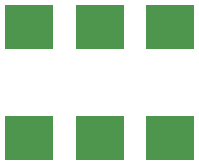
<source format=gtp>
G04*
G04 #@! TF.GenerationSoftware,Altium Limited,Altium Designer,19.1.7 (138)*
G04*
G04 Layer_Color=8421504*
%FSLAX25Y25*%
%MOIN*%
G70*
G01*
G75*
%ADD12R,0.15984X0.15000*%
D12*
X39370Y100000D02*
D03*
Y62992D02*
D03*
X86614Y100000D02*
D03*
Y62992D02*
D03*
X62992Y100000D02*
D03*
Y62992D02*
D03*
M02*

</source>
